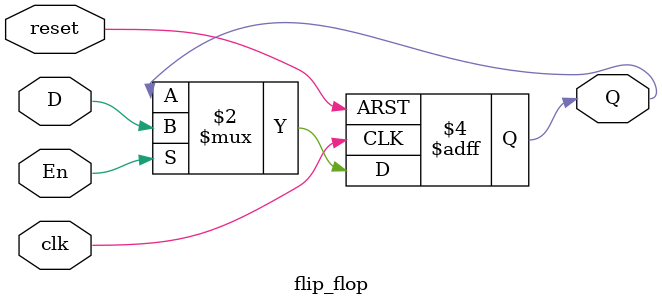
<source format=v>
module flip_flop(input clk, reset,En, D, output reg Q);
  always @ (posedge clk or posedge reset)begin
    if (reset)
      Q <= 1'b0;
    else if (En)
      Q <= D;
  end
endmodule

</source>
